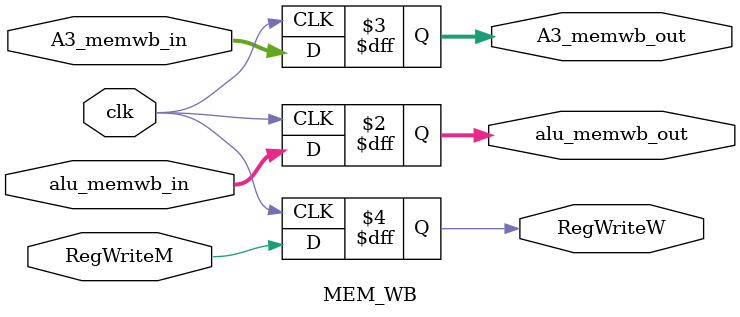
<source format=v>
`timescale 1ns / 1ps

module MEM_WB(
	input wire clk,
	input wire [31:0]alu_memwb_in,
	input wire [4:0]A3_memwb_in,
	
	output reg [31:0]alu_memwb_out,
	output reg [4:0]A3_memwb_out,
	
	//control
	input wire RegWriteM,
	output reg RegWriteW
    );

	always @(posedge clk)begin
		alu_memwb_out=alu_memwb_in;
		A3_memwb_out=A3_memwb_in;
		
		RegWriteW=RegWriteM;
		
	end

endmodule

</source>
